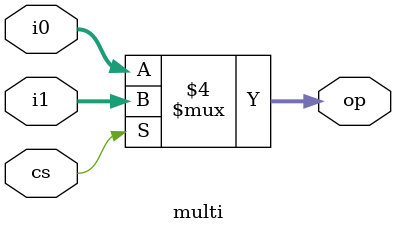
<source format=v>
module top_module(
    input [31:0] a,
    input [31:0] b,
    output [31:0] sum
);

wire sum2cs;
wire [15:0] u2_2_i0;
wire [15:0] u3_2_i1;

add16 u1(
.cin(0),
.a(a[15:0]),
.b(b[15:0]),
.sum(sum[15:0]),
.cout(sum2cs)
);

add16 u2(
.cin(1'b0),
.a(a[31:16]),
.b(b[31:16]),
.sum(u2_2_i0),
.cout()
);

add16 u3(
.cin(1'b1),
.a(a[31:16]),
.b(b[31:16]),
.sum(u3_2_i1),
.cout()
);

multi um(
  .cs(sum2cs),
  .i0(u2_2_i0),
  .i1(u3_2_i1),
  .op(sum[31:16])  
);

endmodule

module multi(
    input [15:0] i0,
    input [15:0] i1,
    output [15:0] op,
    input cs
);
always@(cs,i0,i1)
begin
    if(cs == 1'b0)
        op = i0;
    else    
        op = i1;
    
end
endmodule

</source>
